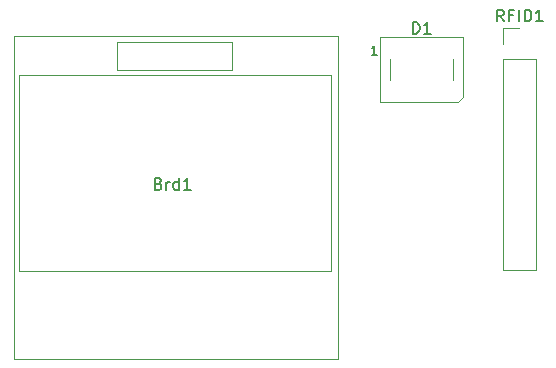
<source format=gto>
%TF.GenerationSoftware,KiCad,Pcbnew,9.0.2*%
%TF.CreationDate,2025-08-19T17:48:26+02:00*%
%TF.ProjectId,esp32c6-charger,65737033-3263-4362-9d63-686172676572,rev?*%
%TF.SameCoordinates,Original*%
%TF.FileFunction,Legend,Top*%
%TF.FilePolarity,Positive*%
%FSLAX45Y45*%
G04 Gerber Fmt 4.5, Leading zero omitted, Abs format (unit mm)*
G04 Created by KiCad (PCBNEW 9.0.2) date 2025-08-19 17:48:26*
%MOMM*%
%LPD*%
G01*
G04 APERTURE LIST*
%ADD10C,0.150000*%
%ADD11C,0.120000*%
G04 APERTURE END LIST*
D10*
X13021533Y-11797301D02*
X13035819Y-11802063D01*
X13035819Y-11802063D02*
X13040581Y-11806825D01*
X13040581Y-11806825D02*
X13045343Y-11816348D01*
X13045343Y-11816348D02*
X13045343Y-11830634D01*
X13045343Y-11830634D02*
X13040581Y-11840158D01*
X13040581Y-11840158D02*
X13035819Y-11844920D01*
X13035819Y-11844920D02*
X13026295Y-11849682D01*
X13026295Y-11849682D02*
X12988200Y-11849682D01*
X12988200Y-11849682D02*
X12988200Y-11749682D01*
X12988200Y-11749682D02*
X13021533Y-11749682D01*
X13021533Y-11749682D02*
X13031057Y-11754444D01*
X13031057Y-11754444D02*
X13035819Y-11759206D01*
X13035819Y-11759206D02*
X13040581Y-11768729D01*
X13040581Y-11768729D02*
X13040581Y-11778253D01*
X13040581Y-11778253D02*
X13035819Y-11787777D01*
X13035819Y-11787777D02*
X13031057Y-11792539D01*
X13031057Y-11792539D02*
X13021533Y-11797301D01*
X13021533Y-11797301D02*
X12988200Y-11797301D01*
X13088200Y-11849682D02*
X13088200Y-11783015D01*
X13088200Y-11802063D02*
X13092962Y-11792539D01*
X13092962Y-11792539D02*
X13097724Y-11787777D01*
X13097724Y-11787777D02*
X13107248Y-11783015D01*
X13107248Y-11783015D02*
X13116771Y-11783015D01*
X13192962Y-11849682D02*
X13192962Y-11749682D01*
X13192962Y-11844920D02*
X13183438Y-11849682D01*
X13183438Y-11849682D02*
X13164390Y-11849682D01*
X13164390Y-11849682D02*
X13154867Y-11844920D01*
X13154867Y-11844920D02*
X13150105Y-11840158D01*
X13150105Y-11840158D02*
X13145343Y-11830634D01*
X13145343Y-11830634D02*
X13145343Y-11802063D01*
X13145343Y-11802063D02*
X13150105Y-11792539D01*
X13150105Y-11792539D02*
X13154867Y-11787777D01*
X13154867Y-11787777D02*
X13164390Y-11783015D01*
X13164390Y-11783015D02*
X13183438Y-11783015D01*
X13183438Y-11783015D02*
X13192962Y-11787777D01*
X13292962Y-11849682D02*
X13235819Y-11849682D01*
X13264390Y-11849682D02*
X13264390Y-11749682D01*
X13264390Y-11749682D02*
X13254867Y-11763968D01*
X13254867Y-11763968D02*
X13245343Y-11773491D01*
X13245343Y-11773491D02*
X13235819Y-11778253D01*
X15944867Y-10424682D02*
X15911533Y-10377063D01*
X15887724Y-10424682D02*
X15887724Y-10324682D01*
X15887724Y-10324682D02*
X15925819Y-10324682D01*
X15925819Y-10324682D02*
X15935343Y-10329444D01*
X15935343Y-10329444D02*
X15940105Y-10334206D01*
X15940105Y-10334206D02*
X15944867Y-10343730D01*
X15944867Y-10343730D02*
X15944867Y-10358015D01*
X15944867Y-10358015D02*
X15940105Y-10367539D01*
X15940105Y-10367539D02*
X15935343Y-10372301D01*
X15935343Y-10372301D02*
X15925819Y-10377063D01*
X15925819Y-10377063D02*
X15887724Y-10377063D01*
X16021057Y-10372301D02*
X15987724Y-10372301D01*
X15987724Y-10424682D02*
X15987724Y-10324682D01*
X15987724Y-10324682D02*
X16035343Y-10324682D01*
X16073438Y-10424682D02*
X16073438Y-10324682D01*
X16121057Y-10424682D02*
X16121057Y-10324682D01*
X16121057Y-10324682D02*
X16144867Y-10324682D01*
X16144867Y-10324682D02*
X16159152Y-10329444D01*
X16159152Y-10329444D02*
X16168676Y-10338968D01*
X16168676Y-10338968D02*
X16173438Y-10348491D01*
X16173438Y-10348491D02*
X16178200Y-10367539D01*
X16178200Y-10367539D02*
X16178200Y-10381825D01*
X16178200Y-10381825D02*
X16173438Y-10400872D01*
X16173438Y-10400872D02*
X16168676Y-10410396D01*
X16168676Y-10410396D02*
X16159152Y-10419920D01*
X16159152Y-10419920D02*
X16144867Y-10424682D01*
X16144867Y-10424682D02*
X16121057Y-10424682D01*
X16273438Y-10424682D02*
X16216295Y-10424682D01*
X16244867Y-10424682D02*
X16244867Y-10324682D01*
X16244867Y-10324682D02*
X16235343Y-10338968D01*
X16235343Y-10338968D02*
X16225819Y-10348491D01*
X16225819Y-10348491D02*
X16216295Y-10353253D01*
X15175190Y-10528682D02*
X15175190Y-10428682D01*
X15175190Y-10428682D02*
X15199000Y-10428682D01*
X15199000Y-10428682D02*
X15213286Y-10433444D01*
X15213286Y-10433444D02*
X15222809Y-10442968D01*
X15222809Y-10442968D02*
X15227571Y-10452491D01*
X15227571Y-10452491D02*
X15232333Y-10471539D01*
X15232333Y-10471539D02*
X15232333Y-10485825D01*
X15232333Y-10485825D02*
X15227571Y-10504872D01*
X15227571Y-10504872D02*
X15222809Y-10514396D01*
X15222809Y-10514396D02*
X15213286Y-10523920D01*
X15213286Y-10523920D02*
X15199000Y-10528682D01*
X15199000Y-10528682D02*
X15175190Y-10528682D01*
X15327571Y-10528682D02*
X15270429Y-10528682D01*
X15299000Y-10528682D02*
X15299000Y-10428682D01*
X15299000Y-10428682D02*
X15289476Y-10442968D01*
X15289476Y-10442968D02*
X15279952Y-10452491D01*
X15279952Y-10452491D02*
X15270429Y-10457253D01*
X14871857Y-10709430D02*
X14826143Y-10709430D01*
X14849000Y-10709430D02*
X14849000Y-10629430D01*
X14849000Y-10629430D02*
X14841381Y-10640858D01*
X14841381Y-10640858D02*
X14833762Y-10648477D01*
X14833762Y-10648477D02*
X14826143Y-10652287D01*
D11*
%TO.C,Brd1*%
X11798200Y-10548800D02*
X14538200Y-10548800D01*
X11798200Y-13278800D02*
X11798200Y-10548800D01*
X11840400Y-10878300D02*
X14150400Y-10878300D01*
X11840400Y-12538300D02*
X11840400Y-10878300D01*
X12668300Y-10597700D02*
X12668300Y-10839000D01*
X12668300Y-10597700D02*
X13646200Y-10597700D01*
X13646200Y-10597700D02*
X13646200Y-10839000D01*
X13646200Y-10839000D02*
X12668300Y-10839000D01*
X14150400Y-10878300D02*
X14459000Y-10878300D01*
X14150400Y-12538300D02*
X11840400Y-12538300D01*
X14150400Y-12538300D02*
X14484400Y-12540800D01*
X14484400Y-10877100D02*
X14459000Y-10878300D01*
X14484400Y-12540800D02*
X14484400Y-10877100D01*
X14538200Y-10548800D02*
X14538200Y-13278800D01*
X14538200Y-13278800D02*
X11798200Y-13278800D01*
%TO.C,RFID1*%
X15940200Y-10479200D02*
X16078200Y-10479200D01*
X15940200Y-10617200D02*
X15940200Y-10479200D01*
X15940200Y-10744200D02*
X15940200Y-12533200D01*
X15940200Y-10744200D02*
X16216200Y-10744200D01*
X15940200Y-12533200D02*
X16216200Y-12533200D01*
X16216200Y-10744200D02*
X16216200Y-12533200D01*
%TO.C,D1*%
X14899000Y-10558200D02*
X14899000Y-11108200D01*
X14899000Y-10558200D02*
X15599000Y-10558200D01*
X14899000Y-11108200D02*
X15554000Y-11108200D01*
X14979000Y-10923200D02*
X14979000Y-10743200D01*
X15519000Y-10923200D02*
X15519000Y-10743200D01*
X15554000Y-11108200D02*
X15599000Y-11063200D01*
X15599000Y-11063200D02*
X15599000Y-10558200D01*
%TD*%
M02*

</source>
